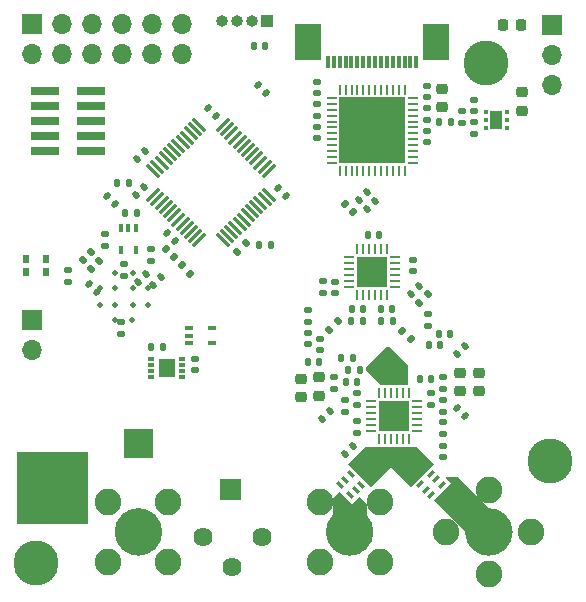
<source format=gbr>
%TF.GenerationSoftware,KiCad,Pcbnew,(6.0.4)*%
%TF.CreationDate,2023-05-27T00:51:03+09:00*%
%TF.ProjectId,RFB,5246422e-6b69-4636-9164-5f7063625858,rev?*%
%TF.SameCoordinates,Original*%
%TF.FileFunction,Soldermask,Top*%
%TF.FilePolarity,Negative*%
%FSLAX46Y46*%
G04 Gerber Fmt 4.6, Leading zero omitted, Abs format (unit mm)*
G04 Created by KiCad (PCBNEW (6.0.4)) date 2023-05-27 00:51:03*
%MOMM*%
%LPD*%
G01*
G04 APERTURE LIST*
G04 Aperture macros list*
%AMRoundRect*
0 Rectangle with rounded corners*
0 $1 Rounding radius*
0 $2 $3 $4 $5 $6 $7 $8 $9 X,Y pos of 4 corners*
0 Add a 4 corners polygon primitive as box body*
4,1,4,$2,$3,$4,$5,$6,$7,$8,$9,$2,$3,0*
0 Add four circle primitives for the rounded corners*
1,1,$1+$1,$2,$3*
1,1,$1+$1,$4,$5*
1,1,$1+$1,$6,$7*
1,1,$1+$1,$8,$9*
0 Add four rect primitives between the rounded corners*
20,1,$1+$1,$2,$3,$4,$5,0*
20,1,$1+$1,$4,$5,$6,$7,0*
20,1,$1+$1,$6,$7,$8,$9,0*
20,1,$1+$1,$8,$9,$2,$3,0*%
%AMRotRect*
0 Rectangle, with rotation*
0 The origin of the aperture is its center*
0 $1 length*
0 $2 width*
0 $3 Rotation angle, in degrees counterclockwise*
0 Add horizontal line*
21,1,$1,$2,0,0,$3*%
G04 Aperture macros list end*
%ADD10C,0.000000*%
%ADD11C,1.999999*%
%ADD12R,0.600000X0.750000*%
%ADD13RoundRect,0.135000X0.135000X0.185000X-0.135000X0.185000X-0.135000X-0.185000X0.135000X-0.185000X0*%
%ADD14RoundRect,0.140000X0.021213X-0.219203X0.219203X-0.021213X-0.021213X0.219203X-0.219203X0.021213X0*%
%ADD15RoundRect,0.140000X-0.021213X0.219203X-0.219203X0.021213X0.021213X-0.219203X0.219203X-0.021213X0*%
%ADD16C,2.600000*%
%ADD17C,3.800000*%
%ADD18RoundRect,0.140000X0.140000X0.170000X-0.140000X0.170000X-0.140000X-0.170000X0.140000X-0.170000X0*%
%ADD19RoundRect,0.140000X-0.170000X0.140000X-0.170000X-0.140000X0.170000X-0.140000X0.170000X0.140000X0*%
%ADD20RoundRect,0.075000X-0.415425X-0.521491X0.521491X0.415425X0.415425X0.521491X-0.521491X-0.415425X0*%
%ADD21RoundRect,0.075000X0.415425X-0.521491X0.521491X-0.415425X-0.415425X0.521491X-0.521491X0.415425X0*%
%ADD22RoundRect,0.135000X-0.185000X0.135000X-0.185000X-0.135000X0.185000X-0.135000X0.185000X0.135000X0*%
%ADD23RoundRect,0.135000X-0.226274X-0.035355X-0.035355X-0.226274X0.226274X0.035355X0.035355X0.226274X0*%
%ADD24RoundRect,0.135000X0.185000X-0.135000X0.185000X0.135000X-0.185000X0.135000X-0.185000X-0.135000X0*%
%ADD25R,2.400000X0.740000*%
%ADD26RoundRect,0.135000X-0.035355X0.226274X-0.226274X0.035355X0.035355X-0.226274X0.226274X-0.035355X0*%
%ADD27R,1.700000X1.700000*%
%ADD28O,1.700000X1.700000*%
%ADD29RoundRect,0.135000X0.035355X-0.226274X0.226274X-0.035355X-0.035355X0.226274X-0.226274X0.035355X0*%
%ADD30RoundRect,0.135000X0.226274X0.035355X0.035355X0.226274X-0.226274X-0.035355X-0.035355X-0.226274X0*%
%ADD31RoundRect,0.140000X0.170000X-0.140000X0.170000X0.140000X-0.170000X0.140000X-0.170000X-0.140000X0*%
%ADD32RoundRect,0.087500X-0.175000X-0.087500X0.175000X-0.087500X0.175000X0.087500X-0.175000X0.087500X0*%
%ADD33R,1.400000X1.600000*%
%ADD34RoundRect,0.225000X0.225000X0.250000X-0.225000X0.250000X-0.225000X-0.250000X0.225000X-0.250000X0*%
%ADD35RoundRect,0.135000X-0.135000X-0.185000X0.135000X-0.185000X0.135000X0.185000X-0.135000X0.185000X0*%
%ADD36R,0.650000X0.400000*%
%ADD37RoundRect,0.140000X-0.140000X-0.170000X0.140000X-0.170000X0.140000X0.170000X-0.140000X0.170000X0*%
%ADD38RoundRect,0.140000X-0.219203X-0.021213X-0.021213X-0.219203X0.219203X0.021213X0.021213X0.219203X0*%
%ADD39RoundRect,0.093750X-0.093750X-0.106250X0.093750X-0.106250X0.093750X0.106250X-0.093750X0.106250X0*%
%ADD40R,1.000000X1.600000*%
%ADD41RoundRect,0.218750X0.256250X-0.218750X0.256250X0.218750X-0.256250X0.218750X-0.256250X-0.218750X0*%
%ADD42RotRect,0.350000X0.700000X135.000000*%
%ADD43RoundRect,0.140000X0.219203X0.021213X0.021213X0.219203X-0.219203X-0.021213X-0.021213X-0.219203X0*%
%ADD44RoundRect,0.225000X0.250000X-0.225000X0.250000X0.225000X-0.250000X0.225000X-0.250000X-0.225000X0*%
%ADD45RoundRect,0.062500X0.375000X0.062500X-0.375000X0.062500X-0.375000X-0.062500X0.375000X-0.062500X0*%
%ADD46RoundRect,0.062500X0.062500X0.375000X-0.062500X0.375000X-0.062500X-0.375000X0.062500X-0.375000X0*%
%ADD47R,2.500000X2.500000*%
%ADD48RoundRect,0.062500X0.062500X-0.375000X0.062500X0.375000X-0.062500X0.375000X-0.062500X-0.375000X0*%
%ADD49RoundRect,0.062500X0.375000X-0.062500X0.375000X0.062500X-0.375000X0.062500X-0.375000X-0.062500X0*%
%ADD50RoundRect,0.147500X0.226274X0.017678X0.017678X0.226274X-0.226274X-0.017678X-0.017678X-0.226274X0*%
%ADD51C,2.050000*%
%ADD52C,2.250000*%
%ADD53C,1.620000*%
%ADD54R,0.400000X0.650000*%
%ADD55RoundRect,0.062500X-0.375000X-0.062500X0.375000X-0.062500X0.375000X0.062500X-0.375000X0.062500X0*%
%ADD56RoundRect,0.062500X-0.062500X-0.375000X0.062500X-0.375000X0.062500X0.375000X-0.062500X0.375000X0*%
%ADD57R,5.600000X5.600000*%
%ADD58RotRect,0.350000X0.700000X45.000000*%
%ADD59R,1.000000X1.000000*%
%ADD60O,1.000000X1.000000*%
%ADD61R,0.300000X1.100000*%
%ADD62R,2.300000X3.100000*%
%ADD63C,0.500000*%
G04 APERTURE END LIST*
G36*
X33629600Y-94386400D02*
G01*
X39674800Y-94386400D01*
X39674800Y-100431600D01*
X33629600Y-100431600D01*
X33629600Y-94386400D01*
G37*
D10*
G36*
X62001400Y-98806000D02*
G01*
X62636400Y-98171000D01*
X63271400Y-98806000D01*
X63271400Y-101142800D01*
X60375800Y-101142800D01*
X60375800Y-98348800D01*
X60960000Y-97764600D01*
X62001400Y-98806000D01*
G37*
G36*
X65532000Y-95453200D02*
G01*
X63652400Y-97332800D01*
X61696600Y-95377000D01*
X63093600Y-93980000D01*
X65532000Y-93980000D01*
X65532000Y-95453200D01*
G37*
D11*
X74609199Y-101142800D02*
G75*
G03*
X74609199Y-101142800I-999999J0D01*
G01*
G36*
X42697400Y-92430600D02*
G01*
X45186600Y-92430600D01*
X45186600Y-94919800D01*
X42697400Y-94919800D01*
X42697400Y-92430600D01*
G37*
D10*
G36*
X66725800Y-87045800D02*
G01*
X66725800Y-88696800D01*
X64465200Y-88696800D01*
X63220600Y-87452200D01*
X63220600Y-87198200D01*
X64922400Y-85496400D01*
X65176400Y-85496400D01*
X66725800Y-87045800D01*
G37*
D11*
X62823599Y-101142800D02*
G75*
G03*
X62823599Y-101142800I-999999J0D01*
G01*
G36*
X50825400Y-96621600D02*
G01*
X52603400Y-96621600D01*
X52603400Y-98399600D01*
X50825400Y-98399600D01*
X50825400Y-96621600D01*
G37*
D10*
G36*
X74625200Y-100126800D02*
G01*
X72593200Y-102158800D01*
X68935600Y-98475800D01*
X70383400Y-97028000D01*
X69926200Y-96570800D01*
X70027800Y-96469200D01*
X70967600Y-96469200D01*
X74625200Y-100126800D01*
G37*
D11*
X44941999Y-101142800D02*
G75*
G03*
X44941999Y-101142800I-999999J0D01*
G01*
D10*
G36*
X68948300Y-95415100D02*
G01*
X66992500Y-97370900D01*
X65176400Y-95554800D01*
X65176400Y-93980000D01*
X67513200Y-93980000D01*
X68948300Y-95415100D01*
G37*
G36*
X33629600Y-94386400D02*
G01*
X39674800Y-94386400D01*
X39674800Y-100431600D01*
X33629600Y-100431600D01*
X33629600Y-94386400D01*
G37*
G36*
X62001400Y-98806000D02*
G01*
X62636400Y-98171000D01*
X63271400Y-98806000D01*
X63271400Y-101142800D01*
X60375800Y-101142800D01*
X60375800Y-98348800D01*
X60960000Y-97764600D01*
X62001400Y-98806000D01*
G37*
G36*
X65532000Y-95453200D02*
G01*
X63652400Y-97332800D01*
X61696600Y-95377000D01*
X63093600Y-93980000D01*
X65532000Y-93980000D01*
X65532000Y-95453200D01*
G37*
D11*
X74609199Y-101142800D02*
G75*
G03*
X74609199Y-101142800I-999999J0D01*
G01*
G36*
X42697400Y-92430600D02*
G01*
X45186600Y-92430600D01*
X45186600Y-94919800D01*
X42697400Y-94919800D01*
X42697400Y-92430600D01*
G37*
D10*
G36*
X66725800Y-87045800D02*
G01*
X66725800Y-88696800D01*
X64465200Y-88696800D01*
X63220600Y-87452200D01*
X63220600Y-87198200D01*
X64922400Y-85496400D01*
X65176400Y-85496400D01*
X66725800Y-87045800D01*
G37*
D11*
X62823599Y-101142800D02*
G75*
G03*
X62823599Y-101142800I-999999J0D01*
G01*
G36*
X50825400Y-96621600D02*
G01*
X52603400Y-96621600D01*
X52603400Y-98399600D01*
X50825400Y-98399600D01*
X50825400Y-96621600D01*
G37*
D10*
G36*
X74625200Y-100126800D02*
G01*
X72593200Y-102158800D01*
X68935600Y-98475800D01*
X70383400Y-97028000D01*
X69926200Y-96570800D01*
X70027800Y-96469200D01*
X70967600Y-96469200D01*
X74625200Y-100126800D01*
G37*
D11*
X44941999Y-101142800D02*
G75*
G03*
X44941999Y-101142800I-999999J0D01*
G01*
D10*
G36*
X68948300Y-95415100D02*
G01*
X66992500Y-97370900D01*
X65176400Y-95554800D01*
X65176400Y-93980000D01*
X67513200Y-93980000D01*
X68948300Y-95415100D01*
G37*
D12*
%TO.C,U1*%
X34442400Y-79158800D03*
X36092400Y-79158800D03*
X36092400Y-78028800D03*
X34442400Y-78028800D03*
%TD*%
D13*
%TO.C,R9*%
X43817000Y-74168000D03*
X42797000Y-74168000D03*
%TD*%
D14*
%TO.C,C74*%
X61433389Y-94548011D03*
X62112211Y-93869189D03*
%TD*%
D15*
%TO.C,C31*%
X44577000Y-79340389D03*
X43898178Y-80019211D03*
%TD*%
D16*
%TO.C,H1*%
X78790800Y-95097600D03*
D17*
X78790800Y-95097600D03*
%TD*%
D18*
%TO.C,C65*%
X68745100Y-88188800D03*
X67785100Y-88188800D03*
%TD*%
D19*
%TO.C,C12*%
X72374700Y-64567400D03*
X72374700Y-65527400D03*
%TD*%
%TO.C,C57*%
X60579000Y-79961800D03*
X60579000Y-80921800D03*
%TD*%
D20*
%TO.C,U11*%
X45200924Y-72575988D03*
X45554478Y-72929542D03*
X45908031Y-73283095D03*
X46261585Y-73636649D03*
X46615138Y-73990202D03*
X46968691Y-74343755D03*
X47322245Y-74697309D03*
X47675798Y-75050862D03*
X48029351Y-75404415D03*
X48382905Y-75757969D03*
X48736458Y-76111522D03*
X49090012Y-76465076D03*
D21*
X51087588Y-76465076D03*
X51441142Y-76111522D03*
X51794695Y-75757969D03*
X52148249Y-75404415D03*
X52501802Y-75050862D03*
X52855355Y-74697309D03*
X53208909Y-74343755D03*
X53562462Y-73990202D03*
X53916015Y-73636649D03*
X54269569Y-73283095D03*
X54623122Y-72929542D03*
X54976676Y-72575988D03*
D20*
X54976676Y-70578412D03*
X54623122Y-70224858D03*
X54269569Y-69871305D03*
X53916015Y-69517751D03*
X53562462Y-69164198D03*
X53208909Y-68810645D03*
X52855355Y-68457091D03*
X52501802Y-68103538D03*
X52148249Y-67749985D03*
X51794695Y-67396431D03*
X51441142Y-67042878D03*
X51087588Y-66689324D03*
D21*
X49090012Y-66689324D03*
X48736458Y-67042878D03*
X48382905Y-67396431D03*
X48029351Y-67749985D03*
X47675798Y-68103538D03*
X47322245Y-68457091D03*
X46968691Y-68810645D03*
X46615138Y-69164198D03*
X46261585Y-69517751D03*
X45908031Y-69871305D03*
X45554478Y-70224858D03*
X45200924Y-70578412D03*
%TD*%
D22*
%TO.C,R6*%
X45034200Y-77163200D03*
X45034200Y-78183200D03*
%TD*%
D19*
%TO.C,C35*%
X59055000Y-63020000D03*
X59055000Y-63980000D03*
%TD*%
%TO.C,C36*%
X59055000Y-64925000D03*
X59055000Y-65885000D03*
%TD*%
D15*
%TO.C,C61*%
X63433011Y-94885189D03*
X62754189Y-95564011D03*
%TD*%
D19*
%TO.C,C72*%
X60528200Y-88064400D03*
X60528200Y-89024400D03*
%TD*%
D23*
%TO.C,R53*%
X47619976Y-78582576D03*
X48341224Y-79303824D03*
%TD*%
D24*
%TO.C,R71*%
X72374700Y-67485800D03*
X72374700Y-66465800D03*
%TD*%
D25*
%TO.C,J8*%
X36048400Y-63779400D03*
X39948400Y-63779400D03*
X36048400Y-65049400D03*
X39948400Y-65049400D03*
X36048400Y-66319400D03*
X39948400Y-66319400D03*
X36048400Y-67589400D03*
X39948400Y-67589400D03*
X36048400Y-68859400D03*
X39948400Y-68859400D03*
%TD*%
D26*
%TO.C,R62*%
X39959224Y-77414176D03*
X39237976Y-78135424D03*
%TD*%
D27*
%TO.C,J9*%
X34950400Y-83230800D03*
D28*
X34950400Y-85770800D03*
%TD*%
D29*
%TO.C,R12*%
X60116776Y-84028224D03*
X60838024Y-83306976D03*
%TD*%
D19*
%TO.C,C15*%
X42443400Y-83390800D03*
X42443400Y-84350800D03*
%TD*%
D16*
%TO.C,H2*%
X73329800Y-61417200D03*
D17*
X73329800Y-61417200D03*
%TD*%
D30*
%TO.C,R11*%
X62146124Y-74071424D03*
X61424876Y-73350176D03*
%TD*%
D31*
%TO.C,C78*%
X67183000Y-79042200D03*
X67183000Y-78082200D03*
%TD*%
D32*
%TO.C,U22*%
X45042100Y-86524400D03*
X45042100Y-87024400D03*
X45042100Y-87524400D03*
X45042100Y-88024400D03*
X47617100Y-88024400D03*
X47617100Y-87524400D03*
X47617100Y-87024400D03*
X47617100Y-86524400D03*
D33*
X46329600Y-87274400D03*
%TD*%
D34*
%TO.C,C33*%
X76365400Y-58216800D03*
X74815400Y-58216800D03*
%TD*%
D35*
%TO.C,R39*%
X54125400Y-76809600D03*
X55145400Y-76809600D03*
%TD*%
D13*
%TO.C,R25*%
X62105000Y-86410800D03*
X61085000Y-86410800D03*
%TD*%
D15*
%TO.C,C40*%
X63293311Y-72380789D03*
X62614489Y-73059611D03*
%TD*%
D36*
%TO.C,U12*%
X48249800Y-83881200D03*
X48249800Y-84531200D03*
X48249800Y-85181200D03*
X50149800Y-85181200D03*
X50149800Y-83881200D03*
%TD*%
D31*
%TO.C,C44*%
X68409800Y-68130900D03*
X68409800Y-67170900D03*
%TD*%
D37*
%TO.C,C56*%
X62004000Y-82296000D03*
X62964000Y-82296000D03*
%TD*%
%TO.C,C143*%
X45036800Y-85471000D03*
X45996800Y-85471000D03*
%TD*%
D18*
%TO.C,C54*%
X70355400Y-84353400D03*
X69395400Y-84353400D03*
%TD*%
D38*
%TO.C,C6*%
X41265789Y-72736389D03*
X41944611Y-73415211D03*
%TD*%
D19*
%TO.C,C45*%
X68409800Y-63360900D03*
X68409800Y-64320900D03*
%TD*%
D24*
%TO.C,R14*%
X68427600Y-83720400D03*
X68427600Y-82700400D03*
%TD*%
D38*
%TO.C,C101*%
X46320389Y-75860589D03*
X46999211Y-76539411D03*
%TD*%
D29*
%TO.C,R40*%
X52293576Y-77424224D03*
X53014824Y-76702976D03*
%TD*%
D15*
%TO.C,C41*%
X63953711Y-73142789D03*
X63274889Y-73821611D03*
%TD*%
D24*
%TO.C,R70*%
X71358700Y-66524600D03*
X71358700Y-65504600D03*
%TD*%
D37*
%TO.C,C2*%
X42166600Y-71602600D03*
X43126600Y-71602600D03*
%TD*%
D14*
%TO.C,C58*%
X67046789Y-80984411D03*
X67725611Y-80305589D03*
%TD*%
D18*
%TO.C,C50*%
X59230200Y-86741000D03*
X58270200Y-86741000D03*
%TD*%
D37*
%TO.C,C47*%
X63350200Y-75971400D03*
X64310200Y-75971400D03*
%TD*%
D31*
%TO.C,C16*%
X42748200Y-79448600D03*
X42748200Y-78488600D03*
%TD*%
D37*
%TO.C,C75*%
X64493200Y-82296000D03*
X65453200Y-82296000D03*
%TD*%
D39*
%TO.C,IC9*%
X73368300Y-65606200D03*
X73368300Y-66256200D03*
X73368300Y-66906200D03*
X75143300Y-66906200D03*
X75143300Y-66256200D03*
X75143300Y-65606200D03*
D40*
X74255800Y-66256200D03*
%TD*%
D19*
%TO.C,C129*%
X48691800Y-86464200D03*
X48691800Y-87424200D03*
%TD*%
D15*
%TO.C,C10*%
X60156411Y-90871989D03*
X59477589Y-91550811D03*
%TD*%
D19*
%TO.C,C66*%
X62433200Y-89417200D03*
X62433200Y-90377200D03*
%TD*%
D31*
%TO.C,C71*%
X69748400Y-94790200D03*
X69748400Y-93830200D03*
%TD*%
D41*
%TO.C,L3*%
X72745600Y-89230300D03*
X72745600Y-87655300D03*
%TD*%
%TO.C,L2*%
X57708800Y-89738300D03*
X57708800Y-88163300D03*
%TD*%
D18*
%TO.C,C55*%
X69491800Y-85344000D03*
X68531800Y-85344000D03*
%TD*%
D27*
%TO.C,J7*%
X34950400Y-58166000D03*
D28*
X34950400Y-60706000D03*
X37490400Y-58166000D03*
X37490400Y-60706000D03*
X40030400Y-58166000D03*
X40030400Y-60706000D03*
X42570400Y-58166000D03*
X42570400Y-60706000D03*
X45110400Y-58166000D03*
X45110400Y-60706000D03*
X47650400Y-58166000D03*
X47650400Y-60706000D03*
%TD*%
D42*
%TO.C,FL2*%
X69625038Y-97147278D03*
X69165419Y-96687658D03*
X68705799Y-96228039D03*
X67821916Y-97111922D03*
X68281535Y-97571542D03*
X68741155Y-98031161D03*
%TD*%
D38*
%TO.C,C64*%
X64299857Y-87288599D03*
X64978679Y-87967421D03*
%TD*%
D22*
%TO.C,R28*%
X69748400Y-89939400D03*
X69748400Y-90959400D03*
%TD*%
D43*
%TO.C,C63*%
X65697100Y-87249000D03*
X65018278Y-86570178D03*
%TD*%
D41*
%TO.C,L1*%
X59258200Y-89611300D03*
X59258200Y-88036300D03*
%TD*%
D44*
%TO.C,C120*%
X76377800Y-65468800D03*
X76377800Y-63918800D03*
%TD*%
D38*
%TO.C,C95*%
X55727600Y-71983600D03*
X56406422Y-72662422D03*
%TD*%
D35*
%TO.C,R19*%
X64488600Y-83312000D03*
X65508600Y-83312000D03*
%TD*%
D43*
%TO.C,C60*%
X67852611Y-95564011D03*
X67173789Y-94885189D03*
%TD*%
D14*
%TO.C,C62*%
X63465389Y-96275211D03*
X64144211Y-95596389D03*
%TD*%
D45*
%TO.C,U8*%
X67531600Y-92592400D03*
X67531600Y-92092400D03*
X67531600Y-91592400D03*
X67531600Y-91092400D03*
X67531600Y-90592400D03*
X67531600Y-90092400D03*
D46*
X66844100Y-89404900D03*
X66344100Y-89404900D03*
X65844100Y-89404900D03*
X65344100Y-89404900D03*
X64844100Y-89404900D03*
X64344100Y-89404900D03*
D45*
X63656600Y-90092400D03*
X63656600Y-90592400D03*
X63656600Y-91092400D03*
X63656600Y-91592400D03*
X63656600Y-92092400D03*
X63656600Y-92592400D03*
D46*
X64344100Y-93279900D03*
X64844100Y-93279900D03*
X65344100Y-93279900D03*
X65844100Y-93279900D03*
X66344100Y-93279900D03*
X66844100Y-93279900D03*
D47*
X65594100Y-91342400D03*
%TD*%
D26*
%TO.C,R8*%
X40645024Y-78176176D03*
X39923776Y-78897424D03*
%TD*%
D35*
%TO.C,R24*%
X61669200Y-87426800D03*
X62689200Y-87426800D03*
%TD*%
D48*
%TO.C,U3*%
X62478600Y-81083900D03*
X62978600Y-81083900D03*
X63478600Y-81083900D03*
X63978600Y-81083900D03*
X64478600Y-81083900D03*
X64978600Y-81083900D03*
D49*
X65666100Y-80396400D03*
X65666100Y-79896400D03*
X65666100Y-79396400D03*
X65666100Y-78896400D03*
X65666100Y-78396400D03*
X65666100Y-77896400D03*
D48*
X64978600Y-77208900D03*
X64478600Y-77208900D03*
X63978600Y-77208900D03*
X63478600Y-77208900D03*
X62978600Y-77208900D03*
X62478600Y-77208900D03*
D49*
X61791100Y-77896400D03*
X61791100Y-78396400D03*
X61791100Y-78896400D03*
X61791100Y-79396400D03*
X61791100Y-79896400D03*
X61791100Y-80396400D03*
D47*
X63728600Y-79146400D03*
%TD*%
D27*
%TO.C,J6*%
X78994000Y-58216800D03*
D28*
X78994000Y-60756800D03*
X78994000Y-63296800D03*
%TD*%
D14*
%TO.C,C14*%
X45168178Y-80206222D03*
X45847000Y-79527400D03*
%TD*%
D50*
%TO.C,D1*%
X46926547Y-77889147D03*
X46240653Y-77203253D03*
%TD*%
D14*
%TO.C,C94*%
X43821978Y-69563622D03*
X44500800Y-68884800D03*
%TD*%
D51*
%TO.C,J3*%
X43942000Y-101145400D03*
D52*
X41402000Y-103685400D03*
X46482000Y-98605400D03*
X46482000Y-103685400D03*
X41402000Y-98605400D03*
%TD*%
D24*
%TO.C,R13*%
X58293000Y-83364800D03*
X58293000Y-82344800D03*
%TD*%
D53*
%TO.C,RV1*%
X54406800Y-101574600D03*
X51906800Y-104074600D03*
X49406800Y-101574600D03*
%TD*%
D43*
%TO.C,C18*%
X40462200Y-80822800D03*
X39783378Y-80143978D03*
%TD*%
D15*
%TO.C,C51*%
X71611811Y-85436389D03*
X70932989Y-86115211D03*
%TD*%
D41*
%TO.C,L4*%
X71196200Y-89230300D03*
X71196200Y-87655300D03*
%TD*%
D37*
%TO.C,C130*%
X69408100Y-66446400D03*
X70368100Y-66446400D03*
%TD*%
D22*
%TO.C,R17*%
X59563000Y-79931800D03*
X59563000Y-80951800D03*
%TD*%
D43*
%TO.C,C100*%
X50529811Y-65947611D03*
X49850989Y-65268789D03*
%TD*%
D31*
%TO.C,C53*%
X58293000Y-85265200D03*
X58293000Y-84305200D03*
%TD*%
D54*
%TO.C,U5*%
X43728400Y-75377000D03*
X43078400Y-75377000D03*
X42428400Y-75377000D03*
X42428400Y-77277000D03*
X43728400Y-77277000D03*
%TD*%
D19*
%TO.C,C37*%
X59055000Y-66830000D03*
X59055000Y-67790000D03*
%TD*%
D31*
%TO.C,C80*%
X37947600Y-79956600D03*
X37947600Y-78996600D03*
%TD*%
D18*
%TO.C,C67*%
X62456000Y-88442800D03*
X61496000Y-88442800D03*
%TD*%
D44*
%TO.C,C139*%
X69684900Y-65164000D03*
X69684900Y-63614000D03*
%TD*%
D55*
%TO.C,IC3*%
X60298700Y-64392900D03*
X60298700Y-64892900D03*
X60298700Y-65392900D03*
X60298700Y-65892900D03*
X60298700Y-66392900D03*
X60298700Y-66892900D03*
X60298700Y-67392900D03*
X60298700Y-67892900D03*
X60298700Y-68392900D03*
X60298700Y-68892900D03*
X60298700Y-69392900D03*
X60298700Y-69892900D03*
D56*
X60986200Y-70580400D03*
X61486200Y-70580400D03*
X61986200Y-70580400D03*
X62486200Y-70580400D03*
X62986200Y-70580400D03*
X63486200Y-70580400D03*
X63986200Y-70580400D03*
X64486200Y-70580400D03*
X64986200Y-70580400D03*
X65486200Y-70580400D03*
X65986200Y-70580400D03*
X66486200Y-70580400D03*
D55*
X67173700Y-69892900D03*
X67173700Y-69392900D03*
X67173700Y-68892900D03*
X67173700Y-68392900D03*
X67173700Y-67892900D03*
X67173700Y-67392900D03*
X67173700Y-66892900D03*
X67173700Y-66392900D03*
X67173700Y-65892900D03*
X67173700Y-65392900D03*
X67173700Y-64892900D03*
X67173700Y-64392900D03*
D56*
X66486200Y-63705400D03*
X65986200Y-63705400D03*
X65486200Y-63705400D03*
X64986200Y-63705400D03*
X64486200Y-63705400D03*
X63986200Y-63705400D03*
X63486200Y-63705400D03*
X62986200Y-63705400D03*
X62486200Y-63705400D03*
X61986200Y-63705400D03*
X61486200Y-63705400D03*
X60986200Y-63705400D03*
D57*
X63736200Y-67142900D03*
%TD*%
D18*
%TO.C,C92*%
X54683600Y-59969400D03*
X53723600Y-59969400D03*
%TD*%
D22*
%TO.C,R27*%
X62407800Y-91717400D03*
X62407800Y-92737400D03*
%TD*%
D19*
%TO.C,C46*%
X68409800Y-65263300D03*
X68409800Y-66223300D03*
%TD*%
D22*
%TO.C,R29*%
X61391800Y-89939400D03*
X61391800Y-90959400D03*
%TD*%
D31*
%TO.C,C52*%
X59309000Y-85773200D03*
X59309000Y-84813200D03*
%TD*%
D38*
%TO.C,C59*%
X66462589Y-95596389D03*
X67141411Y-96275211D03*
%TD*%
D19*
%TO.C,C73*%
X69735700Y-88064400D03*
X69735700Y-89024400D03*
%TD*%
D22*
%TO.C,R10*%
X41122600Y-75916600D03*
X41122600Y-76936600D03*
%TD*%
D35*
%TO.C,R16*%
X61948600Y-83312000D03*
X62968600Y-83312000D03*
%TD*%
D15*
%TO.C,C93*%
X44450000Y-71958200D03*
X43771178Y-72637022D03*
%TD*%
D58*
%TO.C,FL3*%
X61882122Y-98047638D03*
X62341742Y-97588019D03*
X62801361Y-97128399D03*
X61917478Y-96244516D03*
X61457858Y-96704135D03*
X60998239Y-97163755D03*
%TD*%
D19*
%TO.C,C68*%
X68743700Y-89417200D03*
X68743700Y-90377200D03*
%TD*%
D17*
%TO.C,H3*%
X35306000Y-103733600D03*
D16*
X35306000Y-103733600D03*
%TD*%
D43*
%TO.C,C48*%
X71611811Y-91296811D03*
X70932989Y-90617989D03*
%TD*%
D29*
%TO.C,R18*%
X67736776Y-81716824D03*
X68458024Y-80995576D03*
%TD*%
D59*
%TO.C,J5*%
X54813200Y-57886600D03*
D60*
X53543200Y-57886600D03*
X52273200Y-57886600D03*
X51003200Y-57886600D03*
%TD*%
D22*
%TO.C,R26*%
X69748400Y-91869800D03*
X69748400Y-92889800D03*
%TD*%
D61*
%TO.C,J4*%
X67478600Y-61395600D03*
X66978600Y-61395600D03*
X66478600Y-61395600D03*
X65978600Y-61395600D03*
X65478600Y-61395600D03*
X64978600Y-61395600D03*
X64478600Y-61395600D03*
X63978600Y-61395600D03*
X63478600Y-61395600D03*
X62978600Y-61395600D03*
X62478600Y-61395600D03*
X61978600Y-61395600D03*
X61478600Y-61395600D03*
X60978600Y-61395600D03*
X60478600Y-61395600D03*
X59978600Y-61395600D03*
D62*
X58308600Y-59695600D03*
X69148600Y-59695600D03*
%TD*%
D30*
%TO.C,R15*%
X67015248Y-84820648D03*
X66294000Y-84099400D03*
%TD*%
D51*
%TO.C,J1*%
X73609200Y-101142800D03*
D52*
X73609200Y-97550698D03*
X73609200Y-104734902D03*
X77201302Y-101142800D03*
X70017098Y-101142800D03*
%TD*%
D51*
%TO.C,J2*%
X61823600Y-101142800D03*
D52*
X64363600Y-103682800D03*
X59283600Y-103682800D03*
X59283600Y-98602800D03*
X64363600Y-98602800D03*
%TD*%
D63*
%TO.C,U4*%
X43422800Y-83203800D03*
X43452800Y-79203800D03*
X40722800Y-80473800D03*
X41992800Y-83203800D03*
X43452800Y-80473800D03*
X41992800Y-80473800D03*
X44722800Y-81933800D03*
X43452800Y-81933800D03*
X41992800Y-81933800D03*
X44722800Y-80473800D03*
X41992800Y-79203800D03*
X40722800Y-81933800D03*
%TD*%
D38*
%TO.C,C91*%
X54092789Y-63262189D03*
X54771611Y-63941011D03*
%TD*%
M02*

</source>
